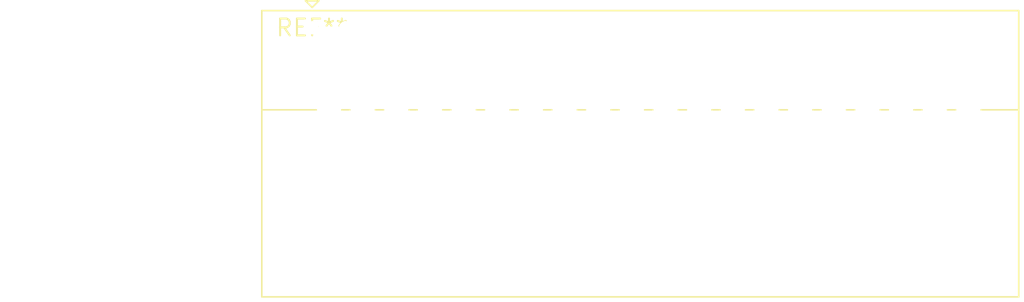
<source format=kicad_pcb>
(kicad_pcb (version 20240108) (generator pcbnew)
  (layers (0 "F.Cu" signal) (31 "B.Cu" signal) (34 "B.Paste" user) (35 "F.Paste" user) (36 "B.SilkS" user "B.Silkscreen") (37 "F.SilkS" user "F.Silkscreen") (38 "B.Mask" user) (39 "F.Mask" user) (44 "Edge.Cuts" user))
  (net 0 "")
  (footprint "4UCON_10156_2x40_P1.27mm_Socket_Horizontal" (layer "F.Cu") (at 0 0)
    (property "Reference" "REF**")
    (property "Value" "4UCON_10156_2x40_P1.27mm_Socket_Horizontal")
    (fp_line (start -3.8 -1.29) (end -3.8 20.32) (layer "F.SilkS") (stroke (width 0.12)))
    (fp_line (start -3.8 6.2) (end 0.311 6.2) (layer "F.SilkS") (stroke (width 0.12)))
    (fp_line (start -3.8 20.32) (end 53.33 20.32) (layer "F.SilkS") (stroke (width 0.12)))
    (fp_line (start -0.5 -2.03) (end 0.5 -2.03) (layer "F.SilkS") (stroke (width 0.12)))
    (fp_line (start 0 -1.53) (end -0.5 -2.03) (layer "F.SilkS") (stroke (width 0.12)))
    (fp_line (start 0.5 -2.03) (end 0 -1.53) (layer "F.SilkS") (stroke (width 0.12)))
    (fp_line (start 2.23 6.2) (end 2.851 6.2) (layer "F.SilkS") (stroke (width 0.12)))
    (fp_line (start 4.77 6.2) (end 5.391 6.2) (layer "F.SilkS") (stroke (width 0.12)))
    (fp_line (start 7.31 6.2) (end 7.931 6.2) (layer "F.SilkS") (stroke (width 0.12)))
    (fp_line (start 9.85 6.2) (end 10.471 6.2) (layer "F.SilkS") (stroke (width 0.12)))
    (fp_line (start 12.39 6.2) (end 13.011 6.2) (layer "F.SilkS") (stroke (width 0.12)))
    (fp_line (start 14.93 6.2) (end 15.551 6.2) (layer "F.SilkS") (stroke (width 0.12)))
    (fp_line (start 17.47 6.2) (end 18.091 6.2) (layer "F.SilkS") (stroke (width 0.12)))
    (fp_line (start 20.01 6.2) (end 20.631 6.2) (layer "F.SilkS") (stroke (width 0.12)))
    (fp_line (start 22.55 6.2) (end 23.171 6.2) (layer "F.SilkS") (stroke (width 0.12)))
    (fp_line (start 25.09 6.2) (end 25.711 6.2) (layer "F.SilkS") (stroke (width 0.12)))
    (fp_line (start 27.63 6.2) (end 28.251 6.2) (layer "F.SilkS") (stroke (width 0.12)))
    (fp_line (start 30.17 6.2) (end 30.791 6.2) (layer "F.SilkS") (stroke (width 0.12)))
    (fp_line (start 32.71 6.2) (end 33.331 6.2) (layer "F.SilkS") (stroke (width 0.12)))
    (fp_line (start 35.25 6.2) (end 35.871 6.2) (layer "F.SilkS") (stroke (width 0.12)))
    (fp_line (start 37.79 6.2) (end 38.411 6.2) (layer "F.SilkS") (stroke (width 0.12)))
    (fp_line (start 40.33 6.2) (end 40.951 6.2) (layer "F.SilkS") (stroke (width 0.12)))
    (fp_line (start 42.87 6.2) (end 43.491 6.2) (layer "F.SilkS") (stroke (width 0.12)))
    (fp_line (start 45.41 6.2) (end 46.031 6.2) (layer "F.SilkS") (stroke (width 0.12)))
    (fp_line (start 47.95 6.2) (end 48.571 6.2) (layer "F.SilkS") (stroke (width 0.12)))
    (fp_line (start 50.49 6.2) (end 53.33 6.2) (layer "F.SilkS") (stroke (width 0.12)))
    (fp_line (start 53.33 -1.29) (end -3.8 -1.29) (layer "F.SilkS") (stroke (width 0.12)))
    (fp_line (start 53.33 20.32) (end 53.33 -1.29) (layer "F.SilkS") (stroke (width 0.12)))
    (pad "1" thru_hole rect (at 0 0) (size 1.5 1.5) (drill 1) (layers *.Cu *.Mask) (remove_unused_layers))
    (pad "2" thru_hole circle (at 0 3.8) (size 1.5 1.5) (drill 1) (layers *.Cu *.Mask) (remove_unused_layers))
    (pad "3" thru_hole circle (at 1.27 1.9) (size 1.5 1.5) (drill 1) (layers *.Cu *.Mask) (remove_unused_layers))
    (pad "4" thru_hole circle (at 1.27 5.7) (size 1.5 1.5) (drill 1) (layers *.Cu *.Mask) (remove_unused_layers))
    (pad "5" thru_hole circle (at 2.54 0) (size 1.5 1.5) (drill 1) (layers *.Cu *.Mask) (remove_unused_layers))
    (pad "6" thru_hole circle (at 2.54 3.8) (size 1.5 1.5) (drill 1) (layers *.Cu *.Mask) (remove_unused_layers))
    (pad "7" thru_hole circle (at 3.81 1.9) (size 1.5 1.5) (drill 1) (layers *.Cu *.Mask) (remove_unused_layers))
    (pad "8" thru_hole circle (at 3.81 5.7) (size 1.5 1.5) (drill 1) (layers *.Cu *.Mask) (remove_unused_layers))
    (pad "9" thru_hole circle (at 5.08 0) (size 1.5 1.5) (drill 1) (layers *.Cu *.Mask) (remove_unused_layers))
    (pad "10" thru_hole circle (at 5.08 3.8) (size 1.5 1.5) (drill 1) (layers *.Cu *.Mask) (remove_unused_layers))
    (pad "11" thru_hole circle (at 6.35 1.9) (size 1.5 1.5) (drill 1) (layers *.Cu *.Mask) (remove_unused_layers))
    (pad "12" thru_hole circle (at 6.35 5.7) (size 1.5 1.5) (drill 1) (layers *.Cu *.Mask) (remove_unused_layers))
    (pad "13" thru_hole circle (at 7.62 0) (size 1.5 1.5) (drill 1) (layers *.Cu *.Mask) (remove_unused_layers))
    (pad "14" thru_hole circle (at 7.62 3.8) (size 1.5 1.5) (drill 1) (layers *.Cu *.Mask) (remove_unused_layers))
    (pad "15" thru_hole circle (at 8.89 1.9) (size 1.5 1.5) (drill 1) (layers *.Cu *.Mask) (remove_unused_layers))
    (pad "16" thru_hole circle (at 8.89 5.7) (size 1.5 1.5) (drill 1) (layers *.Cu *.Mask) (remove_unused_layers))
    (pad "17" thru_hole circle (at 10.16 0) (size 1.5 1.5) (drill 1) (layers *.Cu *.Mask) (remove_unused_layers))
    (pad "18" thru_hole circle (at 10.16 3.8) (size 1.5 1.5) (drill 1) (layers *.Cu *.Mask) (remove_unused_layers))
    (pad "19" thru_hole circle (at 11.43 1.9) (size 1.5 1.5) (drill 1) (layers *.Cu *.Mask) (remove_unused_layers))
    (pad "20" thru_hole circle (at 11.43 5.7) (size 1.5 1.5) (drill 1) (layers *.Cu *.Mask) (remove_unused_layers))
    (pad "21" thru_hole circle (at 12.7 0) (size 1.5 1.5) (drill 1) (layers *.Cu *.Mask) (remove_unused_layers))
    (pad "22" thru_hole circle (at 12.7 3.8) (size 1.5 1.5) (drill 1) (layers *.Cu *.Mask) (remove_unused_layers))
    (pad "23" thru_hole circle (at 13.97 1.9) (size 1.5 1.5) (drill 1) (layers *.Cu *.Mask) (remove_unused_layers))
    (pad "24" thru_hole circle (at 13.97 5.7) (size 1.5 1.5) (drill 1) (layers *.Cu *.Mask) (remove_unused_layers))
    (pad "25" thru_hole circle (at 15.24 0) (size 1.5 1.5) (drill 1) (layers *.Cu *.Mask) (remove_unused_layers))
    (pad "26" thru_hole circle (at 15.24 3.8) (size 1.5 1.5) (drill 1) (layers *.Cu *.Mask) (remove_unused_layers))
    (pad "27" thru_hole circle (at 16.51 1.9) (size 1.5 1.5) (drill 1) (layers *.Cu *.Mask) (remove_unused_layers))
    (pad "28" thru_hole circle (at 16.51 5.7) (size 1.5 1.5) (drill 1) (layers *.Cu *.Mask) (remove_unused_layers))
    (pad "29" thru_hole circle (at 17.78 0) (size 1.5 1.5) (drill 1) (layers *.Cu *.Mask) (remove_unused_layers))
    (pad "30" thru_hole circle (at 17.78 3.8) (size 1.5 1.5) (drill 1) (layers *.Cu *.Mask) (remove_unused_layers))
    (pad "31" thru_hole circle (at 19.05 1.9) (size 1.5 1.5) (drill 1) (layers *.Cu *.Mask) (remove_unused_layers))
    (pad "32" thru_hole circle (at 19.05 5.7) (size 1.5 1.5) (drill 1) (layers *.Cu *.Mask) (remove_unused_layers))
    (pad "33" thru_hole circle (at 20.32 0) (size 1.5 1.5) (drill 1) (layers *.Cu *.Mask) (remove_unused_layers))
    (pad "34" thru_hole circle (at 20.32 3.8) (size 1.5 1.5) (drill 1) (layers *.Cu *.Mask) (remove_unused_layers))
    (pad "35" thru_hole circle (at 21.59 1.9) (size 1.5 1.5) (drill 1) (layers *.Cu *.Mask) (remove_unused_layers))
    (pad "36" thru_hole circle (at 21.59 5.7) (size 1.5 1.5) (drill 1) (layers *.Cu *.Mask) (remove_unused_layers))
    (pad "37" thru_hole circle (at 22.86 0) (size 1.5 1.5) (drill 1) (layers *.Cu *.Mask) (remove_unused_layers))
    (pad "38" thru_hole circle (at 22.86 3.8) (size 1.5 1.5) (drill 1) (layers *.Cu *.Mask) (remove_unused_layers))
    (pad "39" thru_hole circle (at 24.13 1.9) (size 1.5 1.5) (drill 1) (layers *.Cu *.Mask) (remove_unused_layers))
    (pad "40" thru_hole circle (at 24.13 5.7) (size 1.5 1.5) (drill 1) (layers *.Cu *.Mask) (remove_unused_layers))
    (pad "41" thru_hole circle (at 25.4 0) (size 1.5 1.5) (drill 1) (layers *.Cu *.Mask) (remove_unused_layers))
    (pad "42" thru_hole circle (at 25.4 3.8) (size 1.5 1.5) (drill 1) (layers *.Cu *.Mask) (remove_unused_layers))
    (pad "43" thru_hole circle (at 26.67 1.9) (size 1.5 1.5) (drill 1) (layers *.Cu *.Mask) (remove_unused_layers))
    (pad "44" thru_hole circle (at 26.67 5.7) (size 1.5 1.5) (drill 1) (layers *.Cu *.Mask) (remove_unused_layers))
    (pad "45" thru_hole circle (at 27.94 0) (size 1.5 1.5) (drill 1) (layers *.Cu *.Mask) (remove_unused_layers))
    (pad "46" thru_hole circle (at 27.94 3.8) (size 1.5 1.5) (drill 1) (layers *.Cu *.Mask) (remove_unused_layers))
    (pad "47" thru_hole circle (at 29.21 1.9) (size 1.5 1.5) (drill 1) (layers *.Cu *.Mask) (remove_unused_layers))
    (pad "48" thru_hole circle (at 29.21 5.7) (size 1.5 1.5) (drill 1) (layers *.Cu *.Mask) (remove_unused_layers))
    (pad "49" thru_hole circle (at 30.48 0) (size 1.5 1.5) (drill 1) (layers *.Cu *.Mask) (remove_unused_layers))
    (pad "50" thru_hole circle (at 30.48 3.8) (size 1.5 1.5) (drill 1) (layers *.Cu *.Mask) (remove_unused_layers))
    (pad "51" thru_hole circle (at 31.75 1.9) (size 1.5 1.5) (drill 1) (layers *.Cu *.Mask) (remove_unused_layers))
    (pad "52" thru_hole circle (at 31.75 5.7) (size 1.5 1.5) (drill 1) (layers *.Cu *.Mask) (remove_unused_layers))
    (pad "53" thru_hole circle (at 33.02 0) (size 1.5 1.5) (drill 1) (layers *.Cu *.Mask) (remove_unused_layers))
    (pad "54" thru_hole circle (at 33.02 3.8) (size 1.5 1.5) (drill 1) (layers *.Cu *.Mask) (remove_unused_layers))
    (pad "55" thru_hole circle (at 34.29 1.9) (size 1.5 1.5) (drill 1) (layers *.Cu *.Mask) (remove_unused_layers))
    (pad "56" thru_hole circle (at 34.29 5.7) (size 1.5 1.5) (drill 1) (layers *.Cu *.Mask) (remove_unused_layers))
    (pad "57" thru_hole circle (at 35.56 0) (size 1.5 1.5) (drill 1) (layers *.Cu *.Mask) (remove_unused_layers))
    (pad "58" thru_hole circle (at 35.56 3.8) (size 1.5 1.5) (drill 1) (layers *.Cu *.Mask) (remove_unused_layers))
    (pad "59" thru_hole circle (at 36.83 1.9) (size 1.5 1.5) (drill 1) (layers *.Cu *.Mask) (remove_unused_layers))
    (pad "60" thru_hole circle (at 36.83 5.7) (size 1.5 1.5) (drill 1) (layers *.Cu *.Mask) (remove_unused_layers))
    (pad "61" thru_hole circle (at 38.1 0) (size 1.5 1.5) (drill 1) (layers *.Cu *.Mask) (remove_unused_layers))
    (pad "62" thru_hole circle (at 38.1 3.8) (size 1.5 1.5) (drill 1) (layers *.Cu *.Mask) (remove_unused_layers))
    (pad "63" thru_hole circle (at 39.37 1.9) (size 1.5 1.5) (drill 1) (layers *.Cu *.Mask) (remove_unused_layers))
    (pad "64" thru_hole circle (at 39.37 5.7) (size 1.5 1.5) (drill 1) (layers *.Cu *.Mask) (remove_unused_layers))
    (pad "65" thru_hole circle (at 40.64 0) (size 1.5 1.5) (drill 1) (layers *.Cu *.Mask) (remove_unused_layers))
    (pad "66" thru_hole circle (at 40.64 3.8) (size 1.5 1.5) (drill 1) (layers *.Cu *.Mask) (remove_unused_layers))
    (pad "67" thru_hole circle (at 41.91 1.9) (size 1.5 1.5) (drill 1) (layers *.Cu *.Mask) (remove_unused_layers))
    (pad "68" thru_hole circle (at 41.91 5.7) (size 1.5 1.5) (drill 1) (layers *.Cu *.Mask) (remove_unused_layers))
    (pad "69" thru_hole circle (at 43.18 0) (size 1.5 1.5) (drill 1) (layers *.Cu *.Mask) (remove_unused_layers))
    (pad "70" thru_hole circle (at 43.18 3.8) (size 1.5 1.5) (drill 1) (layers *.Cu *.Mask) (remove_unused_layers))
    (pad "71" thru_hole circle (at 44.45 1.9) (size 1.5 1.5) (drill 1) (layers *.Cu *.Mask) (remove_unused_layers))
    (pad "72" thru_hole circle (at 44.45 5.7) (size 1.5 1.5) (drill 1) (layers *.Cu *.Mask) (remove_unused_layers))
    (pad "73" thru_hole circle (at 45.72 0) (size 1.5 1.5) (drill 1) (layers *.Cu *.Mask) (remove_unused_layers))
    (pad "74" thru_hole circle (at 45.72 3.8) (size 1.5 1.5) (drill 1) (layers *.Cu *.Mask) (remove_unused_layers))
    (pad "75" thru_hole circle (at 46.99 1.9) (size 1.5 1.5) (drill 1) (layers *.Cu *.Mask) (remove_unused_layers))
    (pad "76" thru_hole circle (at 46.99 5.7) (size 1.5 1.5) (drill 1) (layers *.Cu *.Mask) (remove_unused_layers))
    (pad "77" thru_hole circle (at 48.26 0) (size 1.5 1.5) (drill 1) (layers *.Cu *.Mask) (remove_unused_layers))
    (pad "78" thru_hole circle (at 48.26 3.8) (size 1.5 1.5) (drill 1) (layers *.Cu *.Mask) (remove_unused_layers))
    (pad "79" thru_hole circle (at 49.53 1.9) (size 1.5 1.5) (drill 1) (layers *.Cu *.Mask) (remove_unused_layers))
    (pad "80" thru_hole circle (at 49.53 5.7) (size 1.5 1.5) (drill 1) (layers *.Cu *.Mask) (remove_unused_layers))
  )
)
</source>
